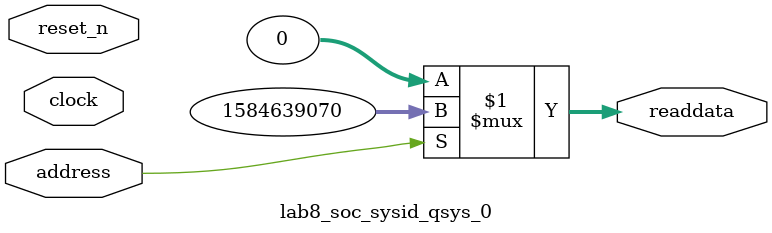
<source format=v>



// synthesis translate_off
`timescale 1ns / 1ps
// synthesis translate_on

// turn off superfluous verilog processor warnings 
// altera message_level Level1 
// altera message_off 10034 10035 10036 10037 10230 10240 10030 

module lab8_soc_sysid_qsys_0 (
               // inputs:
                address,
                clock,
                reset_n,

               // outputs:
                readdata
             )
;

  output  [ 31: 0] readdata;
  input            address;
  input            clock;
  input            reset_n;

  wire    [ 31: 0] readdata;
  //control_slave, which is an e_avalon_slave
  assign readdata = address ? 1584639070 : 0;

endmodule



</source>
